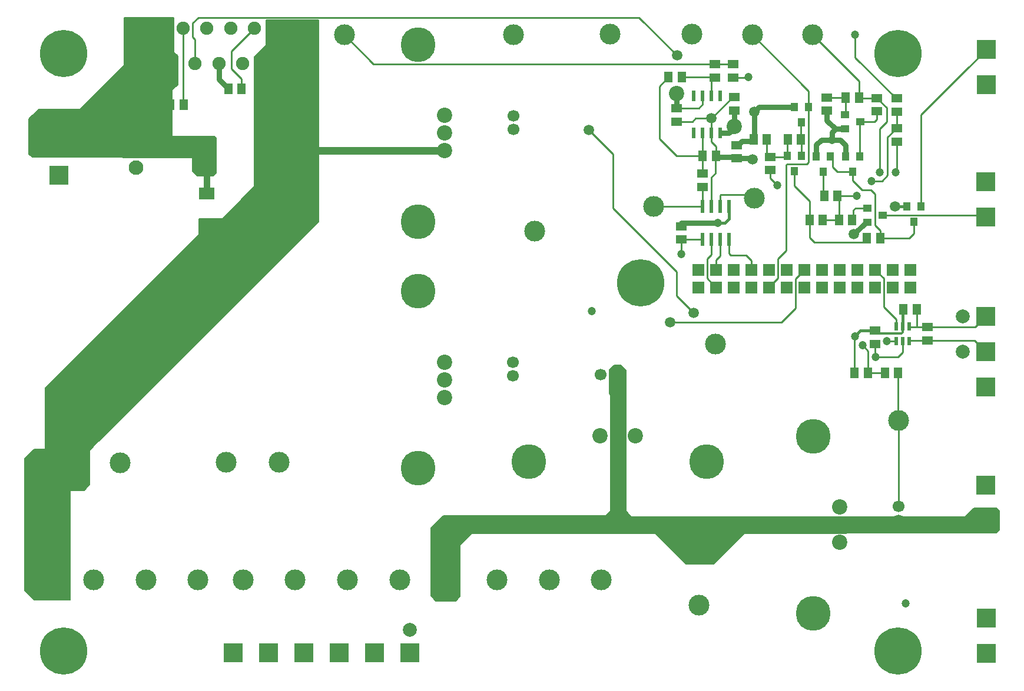
<source format=gbr>
%FSLAX23Y23*%
%MOIN*%
G04 EasyPC Gerber Version 17.0 Build 3379 *
%ADD137R,0.02000X0.04600*%
%ADD140R,0.02200X0.06300*%
%ADD138R,0.02200X0.07800*%
%ADD139R,0.04000X0.04800*%
%ADD83R,0.05100X0.06000*%
%ADD19R,0.07087X0.07087*%
%ADD70R,0.07480X0.07480*%
%ADD15R,0.11024X0.11024*%
%ADD10C,0.00500*%
%ADD94C,0.01000*%
%ADD141C,0.01181*%
%ADD96C,0.01575*%
%ADD91C,0.03150*%
%ADD92C,0.03543*%
%ADD93C,0.04331*%
%ADD11C,0.04724*%
%ADD22C,0.05906*%
%ADD18C,0.06693*%
%ADD71C,0.07480*%
%ADD16C,0.07874*%
%ADD20C,0.08268*%
%ADD13C,0.08661*%
%ADD17C,0.08661*%
%ADD14C,0.11811*%
%ADD136C,0.19685*%
%ADD12C,0.26772*%
%ADD90R,0.04800X0.04000*%
%ADD84R,0.06000X0.05100*%
%ADD86R,0.09055X0.07087*%
X0Y0D02*
D02*
D10*
X316Y600D02*
Y964D01*
X315Y965*
Y1241*
X384Y1310*
Y1397*
X328Y1453*
X111*
X59Y1401*
Y653*
X112Y600*
X316*
G36*
Y964*
X315Y965*
Y1241*
X384Y1310*
Y1397*
X328Y1453*
X111*
X59Y1401*
Y653*
X112Y600*
X316*
G37*
X902Y3900D02*
X622D01*
Y3630*
X373Y3381*
X137*
X83Y3327*
Y3128*
X102Y3109*
X217*
X1009Y3107*
Y3029*
X1034Y3004*
X1126*
X1141Y3020*
Y3218*
X1133Y3226*
X897*
X891Y3232*
X892Y3490*
X925Y3522*
Y3683*
X902Y3705*
Y3900*
G36*
X622*
Y3630*
X373Y3381*
X137*
X83Y3327*
Y3128*
X102Y3109*
X217*
X1009Y3107*
Y3029*
X1034Y3004*
X1126*
X1141Y3020*
Y3218*
X1133Y3226*
X897*
X891Y3232*
X892Y3490*
X925Y3522*
Y3683*
X902Y3705*
Y3900*
G37*
X1425Y3888D02*
Y3743D01*
X1359Y3677*
Y2943*
X1177Y2761*
X1046*
Y2671*
X176Y1801*
Y1308*
X261Y1222*
X394*
X425Y1253*
Y1448*
X476Y1500*
X478Y1501*
X1722Y2745*
Y3888*
X1425*
G36*
Y3743*
X1359Y3677*
Y2943*
X1177Y2761*
X1046*
Y2671*
X176Y1801*
Y1308*
X261Y1222*
X394*
X425Y1253*
Y1448*
X476Y1500*
X478Y1501*
X1722Y2745*
Y3888*
X1425*
G37*
X4660Y978D02*
G75*
G02X4681I10J-52D01*
G01*
X4707*
X4755Y1026*
X4709Y1072*
X3493*
X3461Y1104*
Y1901*
X3431Y1932*
X3394*
X3367Y1904*
Y1771*
X3376Y1762*
Y1574*
X3374Y1572*
Y1105*
X3347Y1078*
X2428*
X2357Y1007*
Y625*
X2386Y595*
X2497*
X2522Y621*
Y939*
X2562Y978*
X3627*
X3801Y804*
X3957*
X4131Y978*
X4660*
G36*
G75*
G02X4681I10J-52*
G01*
X4707*
X4755Y1026*
X4709Y1072*
X3493*
X3461Y1104*
Y1901*
X3431Y1932*
X3394*
X3367Y1904*
Y1771*
X3376Y1762*
Y1574*
X3374Y1572*
Y1105*
X3347Y1078*
X2428*
X2357Y1007*
Y625*
X2386Y595*
X2497*
X2522Y621*
Y939*
X2562Y978*
X3627*
X3801Y804*
X3957*
X4131Y978*
X4660*
G37*
X5432Y1122D02*
X5382Y1072D01*
X4683*
X4660Y1050*
Y998*
X4678Y980*
X5559*
X5574Y996*
Y1105*
X5558Y1122*
X5432*
G36*
X5382Y1072*
X4683*
X4660Y1050*
Y998*
X4678Y980*
X5559*
X5574Y996*
Y1105*
X5558Y1122*
X5432*
G37*
D02*
D11*
X3267Y2237D03*
X3776Y2561D03*
X3982Y2737D03*
X4155Y3563D03*
X4318Y2950D03*
X4628Y3208D03*
X4759Y2095D03*
Y3803D03*
X4769Y2892D03*
X4801Y2043D03*
X4852Y2975D03*
X4874Y1976D03*
X4897Y3025D03*
X4939Y2067D03*
X4988Y3023D03*
X5045Y579D03*
D02*
D12*
X278Y311D03*
Y3696D03*
X3546Y2397D03*
X5003Y311D03*
Y3696D03*
D02*
D13*
X3748Y3469D03*
X4076Y3283D03*
D02*
D14*
X153Y714D03*
X300Y1378D03*
X448Y714D03*
X600Y1378D03*
X744Y714D03*
X1039D03*
X1197Y1381D03*
X1295Y714D03*
X1497Y1381D03*
X1590Y714D03*
X1868Y3803D03*
X1885Y714D03*
X2181D03*
X2437D03*
X2732D03*
X2824Y3803D03*
X2946Y2691D03*
X3027Y714D03*
X3322D03*
X3371Y3807D03*
X3620Y2830D03*
X3834Y3806D03*
X3876Y570D03*
Y870D03*
X3968Y2052D03*
X4177Y3804D03*
X4187Y2878D03*
X4519Y3804D03*
X5005Y1617D03*
D02*
D15*
X252Y3007D03*
Y3207D03*
X1237Y300D03*
X1437D03*
X1637D03*
X1837D03*
X2037D03*
X2237D03*
X5500Y1052D03*
Y1252D03*
Y1808D03*
Y2008D03*
Y2208D03*
Y2772D03*
Y2972D03*
X5502Y296D03*
Y496D03*
Y3520D03*
Y3720D03*
D02*
D16*
X2237Y431D03*
X5369Y2008D03*
X5369Y2208D03*
D02*
D17*
X2435Y1748D03*
Y1848D03*
Y1948D03*
X2436Y3146D03*
Y3246D03*
Y3346D03*
X3315Y1532D03*
X3415D03*
X3515D03*
X4671Y926D03*
Y1026D03*
Y1126D03*
D02*
D18*
X2822Y1870D03*
Y1948D03*
X2824Y3266D03*
Y3345D03*
X3320Y1878D03*
X3399D03*
X5004Y1051D03*
Y1129D03*
D02*
D19*
X3872Y2372D03*
Y2472D03*
X3972Y2372D03*
Y2472D03*
X4072Y2372D03*
Y2472D03*
X4172Y2372D03*
Y2472D03*
X4272Y2372D03*
Y2472D03*
X4372Y2372D03*
Y2472D03*
X4472Y2372D03*
Y2472D03*
X4572Y2372D03*
Y2472D03*
X4672Y2372D03*
Y2472D03*
X4772Y2372D03*
Y2472D03*
X4872Y2372D03*
Y2472D03*
X4972Y2372D03*
Y2472D03*
X5072Y2372D03*
Y2472D03*
D02*
D70*
X822Y3839D03*
D02*
D71*
X889Y3639D03*
X956Y3839D03*
X1023Y3639D03*
X1090Y3839D03*
X1157Y3639D03*
X1224Y3839D03*
X1291Y3639D03*
X1358Y3839D03*
X1425Y3639D03*
X1492Y3839D03*
D02*
D20*
X689Y3050D03*
X1089D03*
D02*
D22*
X300Y1378D02*
X1088Y2166D01*
Y2728*
X3252Y3263D03*
X3711Y2173D03*
X3753Y3686D03*
X3846Y2227D03*
X3945Y3329D03*
X4179Y3098D03*
X4187Y3366D03*
X4753Y2673D03*
X4985Y2829D03*
D02*
D83*
X883Y3408D03*
X958D03*
X1211Y3498D03*
X1286D03*
X3703Y3563D03*
X3778D03*
X3896Y3117D03*
X3971D03*
X4184Y3212D03*
X4259D03*
X4377D03*
X4452D03*
X4501Y2754D03*
X4576D03*
X4584Y2892D03*
X4659D03*
X4667Y2754D03*
X4706Y3448D03*
X4742Y2754D03*
X4756Y1887D03*
X4781Y3448D03*
X4826Y2649D03*
X4831Y1887D03*
X4901Y2649D03*
X4927Y1887D03*
X5002D03*
X5033Y2248D03*
X5108D03*
D02*
D84*
X3748Y3312D03*
Y3387D03*
X3775Y2643D03*
Y2718D03*
X3895Y2941D03*
Y3016D03*
X3964Y3562D03*
Y3637D03*
X4070Y3562D03*
Y3637D03*
X4076Y3375D03*
Y3450D03*
X4087Y3103D03*
Y3178D03*
X4277Y3037D03*
Y3112D03*
X4599Y3373D03*
Y3447D03*
X4873Y2051D03*
Y2126D03*
X4881Y3370D03*
Y3445D03*
X4994Y3198D03*
Y3273D03*
Y3368D03*
Y3443D03*
X5167Y2072D03*
Y2147D03*
D02*
D86*
X1088Y2728D03*
Y2905D03*
D02*
D90*
X4701Y3271D03*
Y3351D03*
X4788Y3311D03*
X4827Y2742D03*
Y2822D03*
X4914Y2782D03*
D02*
D91*
X1211Y3498D02*
X1157Y3552D01*
Y3639*
X3748Y3387D02*
Y3469D01*
X3775Y2718D02*
Y2735D01*
X3776Y2736*
X3980*
X3970Y3117D02*
X3971Y3117D01*
Y3110*
X4073*
X4079Y3103*
X4087*
X4006Y3247D02*
Y3247D01*
X4044*
X4076Y3280*
X4075*
X4076Y3281*
Y3375*
X4087Y3103D02*
X4173D01*
X4179Y3098*
X4087Y3178D02*
X4098D01*
X4120Y3200*
X4173*
X4184Y3212*
X4187Y3214*
Y3366*
X4416Y3393D02*
X4214D01*
X4187Y3366*
X4540Y3114D02*
Y3180D01*
X4568Y3208*
X4628*
X4599Y3373D02*
Y3318D01*
X4647Y3271*
X4628Y3208D02*
X4675D01*
X4706Y3177*
Y3114*
X4647Y3271D02*
X4628Y3252D01*
Y3208*
X4701Y3271D02*
X4647D01*
X4756Y2092D02*
X4759Y2095D01*
X4827Y2742D02*
X4823D01*
X4753Y2673*
X4985Y2830D02*
X4985Y2829D01*
X5029Y2244D02*
X5033Y2248D01*
D02*
D92*
X1088Y2728D02*
X1216D01*
X1425Y2937*
Y3147*
X1089Y3050D02*
Y2905D01*
X1088Y2905*
X1425Y3147D02*
Y3639D01*
X1492Y3706*
Y3839*
X1426Y3146D02*
X1425Y3147D01*
X2437Y714D02*
Y849D01*
X2593Y1005*
X3876*
Y870*
D02*
D93*
X2436Y3146D02*
X1426D01*
D02*
D94*
X956Y3839D02*
Y3411D01*
X958Y3408*
X1358Y3839D02*
X1229Y3711D01*
Y3612*
X1286Y3555*
Y3498*
X1868Y3803D02*
X2033Y3637D01*
X4070*
X3748Y3312D02*
X3837D01*
X3854Y3329*
X3945*
X3753Y3686D02*
X3536Y3902D01*
X1041*
X1009Y3871*
Y3790*
X1023Y3777*
Y3639*
X3775Y2643D02*
Y2562D01*
X3776Y2561*
X3778Y3563D02*
X3964D01*
X3964Y3562*
X3846Y2227D02*
X3750Y2323D01*
Y2462*
X3390Y2821*
Y3126*
X3252Y3263*
X3895Y3016D02*
Y3116D01*
X3896Y3117*
X3895Y3247D02*
Y3118D01*
X3896Y3117*
X3895Y3456D02*
Y3409D01*
X3874Y3387*
X3748*
X3895Y2643D02*
X3776D01*
X3775Y2643*
X3895Y2829D02*
Y2941D01*
X3895Y2941*
X3895Y2829D02*
X3621D01*
X3620Y2830*
X3896Y3117D02*
X3749D01*
X3651Y3215*
Y3510*
X3703Y3563*
X3945Y3247D02*
Y3329D01*
X3945Y3329*
X3945Y3247D02*
Y3198D01*
X3971Y3172*
Y3117*
X3945Y3456D02*
Y3543D01*
X3964Y3562*
X3945Y2829D02*
Y2994D01*
X3970Y3019*
Y3117*
X3964Y3637D02*
X4070D01*
X4070Y3637*
X3972Y2372D02*
X3922Y2423D01*
Y2534*
X3945Y2557*
Y2643*
X3972Y2472D02*
Y2528D01*
X3995Y2550*
Y2643*
X3982Y2737D02*
X3981D01*
X3980Y2736*
X3995Y2829D02*
Y2895D01*
X3998Y2897*
X4167*
X4187Y2878*
X4045Y2643D02*
Y2563D01*
X4055Y2554*
X4143*
X4172Y2525*
Y2472*
X4070Y3562D02*
X4154D01*
X4155Y3563*
X4076Y3450D02*
X4067D01*
X3945Y3329*
X4259Y3212D02*
Y3129D01*
X4277Y3112*
Y3037D02*
Y2992D01*
X4318Y2950*
X4277Y3112D02*
X4369D01*
X4375Y3117*
Y3210*
X4377Y3212*
X4415Y3030D02*
Y2948D01*
X4501Y2862*
Y2754*
X4452Y3212D02*
Y3302D01*
X4456Y3306*
X4455Y3117D02*
Y3210D01*
X4452Y3212*
X4472Y2472D02*
X4423Y2422D01*
Y2254*
X4341Y2173*
X3711*
X4496Y3393D02*
Y3484D01*
X4177Y3804*
X4496Y3393D02*
Y3082D01*
X4485Y3070*
X4375*
X4370Y3066*
Y2582*
X4321Y2534*
Y2424*
X4272Y2375*
Y2372*
X4501Y2754D02*
Y2653D01*
X4529Y2626*
X4826*
Y2649*
X4576Y2754D02*
X4667D01*
X4580Y3027D02*
Y2896D01*
X4584Y2892*
X4659D02*
X4769D01*
X4667Y2754D02*
Y2885D01*
X4659Y2892*
X4706Y3448D02*
X4600D01*
X4599Y3447*
X4706Y3448D02*
Y3356D01*
X4701Y3351*
X4746Y3027D02*
X4659D01*
X4631Y3055*
Y3103*
X4620Y3114*
X4746Y3027D02*
Y2976D01*
X4797Y2925*
X4848*
X4872Y2901*
Y2724*
X4901Y2694*
Y2649*
X4756Y1887D02*
Y2092D01*
X4781Y3448D02*
Y3542D01*
X4519Y3804*
X4786Y3114D02*
Y3309D01*
X4788Y3311*
X4868*
X4881Y3324*
Y3370*
X4827Y2822D02*
X4761D01*
X4750Y2811*
Y2762*
X4742Y2754*
X4831Y1887D02*
Y2012D01*
X4801Y2043*
X4852Y2975D02*
X4912D01*
X4943Y3006*
Y3223*
X4994Y3273*
X4873Y2051D02*
Y1977D01*
X4874Y1976*
X5002*
X5029Y2004*
Y2068*
X4881Y3445D02*
X4785D01*
X4781Y3448*
X4897Y3025D02*
Y3272D01*
X4937Y3312*
Y3389*
X4881Y3445*
X4901Y2649D02*
X5065D01*
X5092Y2677*
Y2743*
X4914Y2782D02*
X5490D01*
X5500Y2772*
X4927Y1887D02*
X4831D01*
X4992Y2068D02*
X4939D01*
X4939Y2067*
X4992Y2152D02*
Y2190D01*
X4922Y2259*
Y2423*
X4872Y2472*
X4994Y3198D02*
Y3029D01*
X4988Y3023*
X4994Y3368D02*
Y3273D01*
Y3443D02*
X4991D01*
X4759Y3674*
Y3803*
X5002Y1887D02*
Y1621D01*
X5005Y1617*
Y1131*
X5004Y1129*
X5066Y2152D02*
X5071Y2147D01*
X5128*
X5108D02*
X5071D01*
X5066Y2152*
X5108Y2248D02*
Y2147D01*
X5108Y2147*
X5128D02*
X5108D01*
X5132Y2830D02*
X5131D01*
Y3349*
X5389Y3606*
X5389*
X5502Y3718*
Y3720*
X5167Y2072D02*
X5071D01*
X5066Y2068*
X5167Y2072D02*
X5436D01*
X5500Y2008*
X5167Y2147D02*
X5128D01*
X5167D02*
X5440D01*
X5500Y2208*
D02*
D96*
X3980Y2736D02*
X4022D01*
X4045Y2759*
Y2828*
X4045Y2829*
X3995Y3247D02*
X4006D01*
X4873Y2126D02*
X4790D01*
X4759Y2095*
X5029Y2152D02*
Y2244D01*
X5052Y2830D02*
X4985D01*
D02*
D136*
X2285Y1346D03*
Y2350D03*
X2286Y2744D03*
Y3748D03*
X2913Y1383D03*
X3917D03*
X4522Y524D03*
Y1528D03*
D02*
D137*
X4992Y2068D03*
Y2152D03*
X5029Y2068D03*
Y2152D03*
X5066Y2068D03*
Y2152D03*
D02*
D138*
X3895Y2643D03*
Y2829D03*
X3945Y2643D03*
Y2829D03*
X3995Y2643D03*
Y2829D03*
X4045Y2643D03*
Y2829D03*
D02*
D139*
X4375Y3117D03*
X4415Y3030D03*
X4416Y3393D03*
X4455Y3117D03*
X4456Y3306D03*
X4496Y3393D03*
X4540Y3114D03*
X4580Y3027D03*
X4620Y3114D03*
X4706D03*
X4746Y3027D03*
X4786Y3114D03*
X5052Y2830D03*
X5092Y2743D03*
X5132Y2830D03*
D02*
D140*
X3845Y3247D03*
Y3456D03*
X3895Y3247D03*
Y3456D03*
X3945Y3247D03*
Y3456D03*
X3995Y3247D03*
Y3456D03*
D02*
D141*
X5029Y2152D02*
Y2116D01*
X5023Y2110*
X4888*
X4873Y2126*
X0Y0D02*
M02*

</source>
